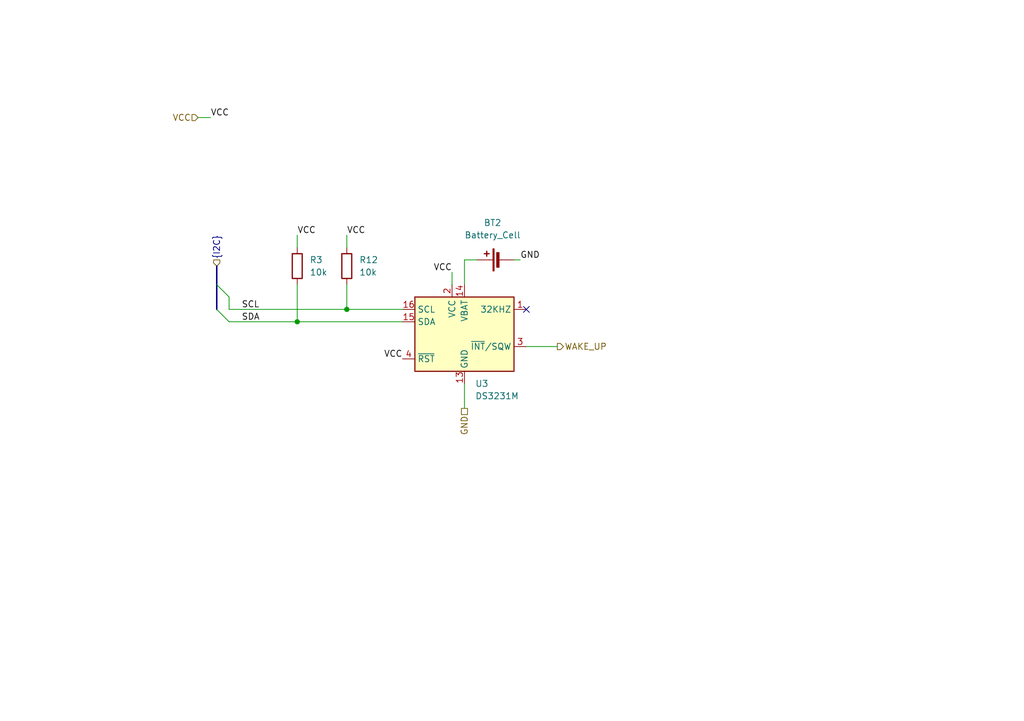
<source format=kicad_sch>
(kicad_sch (version 20250114) (generator "eeschema") (generator_version "9.0")
  (paper "A5")
  (title_block (title "MCU interfaces") (date "2024-04-17") (rev "1.0"))
  (lib_symbols
    (symbol "CREPP_Batteries_holders:Battery_Cell" (pin_numbers (hide yes)) (pin_names (offset 0) (hide yes))
      (property "Reference" "BT" (at 2.54 2.54 0))
      (property "Value" "Battery_Cell" (at 2.54 0 0))
      (symbol "Battery_Cell_0_1"
        (rectangle (start -2.286 1.778) (end 2.286 1.524) (fill (type outline)))
        (rectangle (start -1.524 1.016) (end 1.524 0.508) (fill (type outline)))
        (polyline (pts (xy 0 1.778) (xy 0 2.54)))
        (polyline (pts (xy 0 0.762) (xy 0 0)))
        (polyline (pts (xy 0.762 3.048) (xy 1.778 3.048)) (stroke (width 0.254)))
        (polyline (pts (xy 1.27 3.556) (xy 1.27 2.54)) (stroke (width 0.254)))
      )
      (symbol "Battery_Cell_1_1"
        (pin passive line (at 0 5.08 270) (length 2.54) (name "+") (number "1"))
        (pin passive line (at 0 -2.54 90) (length 2.54) (name "-") (number "2"))
      )
    )
    (symbol "CREPP_RTC:DS3231M"
      (property "Reference" "U" (at -7.62 8.89 0))
      (property "Value" "DS3231M" (at 10.16 8.89 0))
      (symbol "DS3231M_0_1"
        (rectangle (start -10.16 7.62) (end 10.16 -7.62) (stroke (width 0.254)) (fill (type background)))
      )
      (symbol "DS3231M_1_1"
        (pin input line (at -12.7 5.08 0) (length 2.54) (name "SCL") (number "16"))
        (pin bidirectional line (at -12.7 2.54 0) (length 2.54) (name "SDA") (number "15"))
        (pin bidirectional line (at -12.7 -5.08 0) (length 2.54) (name "~{RST}") (number "4"))
        (pin power_in line (at -2.54 10.16 270) (length 2.54) (name "VCC") (number "2"))
        (pin power_in line (at 0 10.16 270) (length 2.54) (name "VBAT") (number "14"))
        (pin passive line (at 0 -10.16 90) (length 2.54) (hide yes) (name "GND") (number "10"))
        (pin passive line (at 0 -10.16 90) (length 2.54) (hide yes) (name "GND") (number "11"))
        (pin passive line (at 0 -10.16 90) (length 2.54) (hide yes) (name "GND") (number "12"))
        (pin power_in line (at 0 -10.16 90) (length 2.54) (name "GND") (number "13"))
        (pin passive line (at 0 -10.16 90) (length 2.54) (hide yes) (name "GND") (number "5"))
        (pin passive line (at 0 -10.16 90) (length 2.54) (hide yes) (name "GND") (number "6"))
        (pin passive line (at 0 -10.16 90) (length 2.54) (hide yes) (name "GND") (number "7"))
        (pin passive line (at 0 -10.16 90) (length 2.54) (hide yes) (name "GND") (number "8"))
        (pin passive line (at 0 -10.16 90) (length 2.54) (hide yes) (name "GND") (number "9"))
        (pin open_collector line (at 12.7 5.08 180) (length 2.54) (name "32KHZ") (number "1"))
        (pin open_collector line (at 12.7 -2.54 180) (length 2.54) (name "~{INT}/SQW") (number "3"))
      )
    )
    (symbol "Device:R" (pin_numbers (hide yes)) (pin_names (offset 0))
      (property "Reference" "R" (at 2.032 0 90))
      (property "Value" "R" (at 0 0 90))
      (symbol "R_0_1"
        (rectangle (start -1.016 -2.54) (end 1.016 2.54) (stroke (width 0.254)))
      )
      (symbol "R_1_1"
        (pin passive line (at 0 3.81 270) (length 1.27) (name "~") (number "1"))
        (pin passive line (at 0 -3.81 90) (length 1.27) (name "~") (number "2"))
      )
    )
  )
  (junction (at 60.96 66.04))
  (junction (at 71.12 63.5))
  (no_connect (at 107.95 63.5))
  (bus_entry (at 44.45 58.42) (size 2.54 2.54))
  (bus_entry (at 44.45 63.5) (size 2.54 2.54))
  (wire (pts (xy 60.96 48.26) (xy 60.96 50.8)))
  (bus (pts (xy 44.45 54.61) (xy 44.45 58.42)))
  (wire (pts (xy 46.99 63.5) (xy 71.12 63.5)))
  (wire (pts (xy 107.95 71.12) (xy 114.3 71.12)))
  (wire (pts (xy 71.12 48.26) (xy 71.12 50.8)))
  (wire (pts (xy 105.41 53.34) (xy 106.68 53.34)))
  (wire (pts (xy 60.96 66.04) (xy 82.55 66.04)))
  (wire (pts (xy 82.55 63.5) (xy 71.12 63.5)))
  (wire (pts (xy 40.64 24.13) (xy 43.18 24.13)))
  (wire (pts (xy 46.99 60.96) (xy 46.99 63.5)))
  (wire (pts (xy 95.25 78.74) (xy 95.25 83.82)))
  (wire (pts (xy 95.25 53.34) (xy 95.25 58.42)))
  (wire (pts (xy 46.99 66.04) (xy 60.96 66.04)))
  (wire (pts (xy 97.79 53.34) (xy 95.25 53.34)))
  (wire (pts (xy 71.12 63.5) (xy 71.12 58.42)))
  (wire (pts (xy 60.96 58.42) (xy 60.96 66.04)))
  (wire (pts (xy 92.71 55.88) (xy 92.71 58.42)))
  (bus (pts (xy 44.45 58.42) (xy 44.45 63.5)))
  (label "GND" (at 106.68 53.34 0))
  (label "VCC" (at 71.12 48.26 0))
  (label "VCC" (at 43.18 24.13 0))
  (label "SCL" (at 49.53 63.5 0))
  (label "VCC" (at 60.96 48.26 0))
  (label "SDA" (at 49.53 66.04 0))
  (label "VCC" (at 92.71 55.88 180))
  (label "VCC" (at 82.55 73.66 180))
  (hierarchical_label "WAKE_UP" (shape output) (at 114.3 71.12 0))
  (hierarchical_label "VCC" (shape input) (at 40.64 24.13 180))
  (hierarchical_label "{I2C}" (shape input) (at 44.45 54.61 90))
  (hierarchical_label "GND" (shape passive) (at 95.25 83.82 270))
  (symbol (lib_id "CREPP_Batteries_holders:Battery_Cell") (at 102.87 53.34 90) (unit 1) (in_bom no)
    (property "Reference" "BT2" (at 101.0285 45.72 90))
    (property "Value" "Battery_Cell" (at 101.0285 48.26 90))
    (property "Footprint" "CREPP_Batteries_holders:MPD_BC501SM-TR" (effects (hide yes)))
    (property "Description" "Single-cell battery holder - Lithium" (effects (hide yes)))
  )
  (symbol (lib_id "Device:R") (at 60.96 54.61 180) (unit 1)
    (property "Reference" "R3" (at 63.5 53.3399 0) (effects (justify right)))
    (property "Value" "10k" (at 63.5 55.8799 0) (effects (justify right)))
    (property "Footprint" "Resistor_THT:R_Axial_DIN0207_L6.3mm_D2.5mm_P7.62mm_Horizontal" (effects (hide yes)))
  )
  (symbol (lib_id "Device:R") (at 71.12 54.61 180) (unit 1)
    (property "Reference" "R12" (at 73.66 53.3399 0) (effects (justify right)))
    (property "Value" "10k" (at 73.66 55.8799 0) (effects (justify right)))
    (property "Footprint" "Resistor_THT:R_Axial_DIN0207_L6.3mm_D2.5mm_P7.62mm_Horizontal" (effects (hide yes)))
  )
  (symbol (lib_id "CREPP_RTC:DS3231M") (at 95.25 68.58 0) (unit 1)
    (property "Reference" "U3" (at 97.4441 78.74 0) (effects (justify left)))
    (property "Value" "DS3231M" (at 97.4441 81.28 0) (effects (justify left)))
    (property "Footprint" "Package_SO:SOIC-16W_7.5x10.3mm_P1.27mm" (effects (hide yes)))
    (property "Datasheet" "http://datasheets.maximintegrated.com/en/ds/DS3231.pdf" (effects (hide yes)))
    (property "Description" "Extremely Accurate I2C-Integrated RTC/TCXO/Crystal SOIC-16" (effects (hide yes)))
  )
)
</source>
